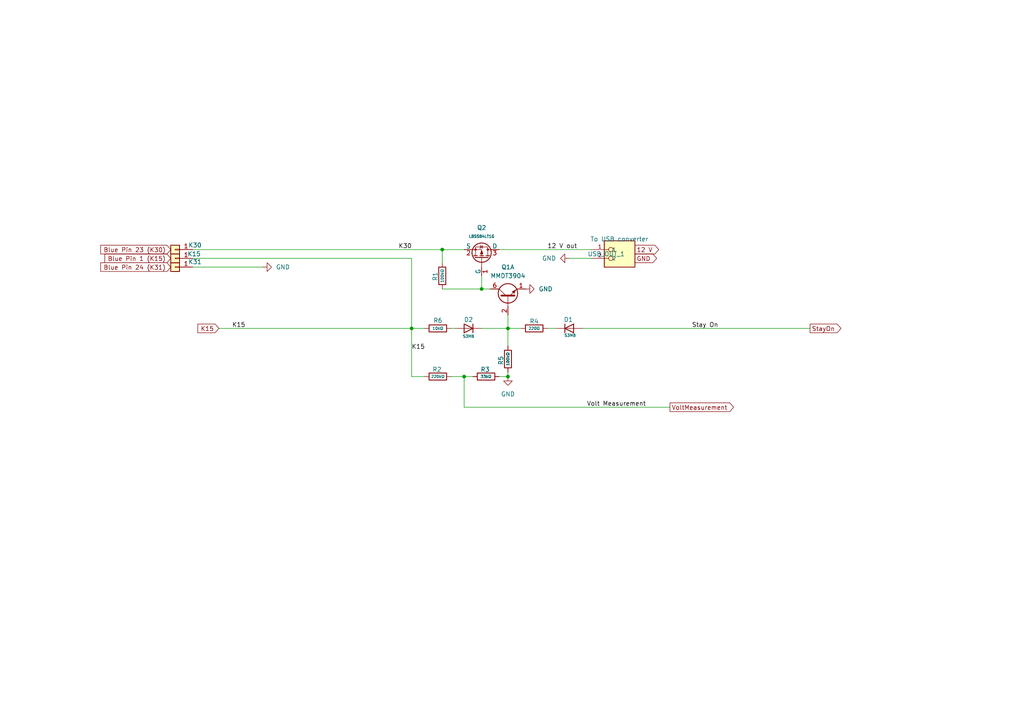
<source format=kicad_sch>
(kicad_sch (version 20231120) (generator "eeschema") (generator_version "8.0")
  (paper "A4")
  (title_block (title "Latch Circuit") (comment 1 "Subsheet Brake Out Borad") (comment 2 "(c) Norbert Schechner"))
  (lib_symbols
    (symbol "Connector_Generic:Conn_01x01" (pin_names (offset 1.016) hide)
      (property "Reference" "J" (at 0 2.54 0))
      (property "Value" "Conn_01x01" (at 0 -2.54 0))
      (symbol "Conn_01x01_1_1"
        (rectangle (start -1.27 0.127) (end 0 -0.127) (stroke (width 0.1524)))
        (rectangle (start -1.27 1.27) (end 1.27 -1.27) (stroke (width 0.254)) (fill (type background)))
        (pin passive line (at -5.08 0 0) (length 3.81) (name "Pin_1") (number "1"))
      )
    )
    (symbol "Custom:ScrewConnector_2x2,54" (pin_names (offset 1.016))
      (property "Reference" "J" (at -2.54 3.302 0))
      (property "Value" "ScrewConnector_2x2,54" (at -3.302 -10.668 0))
      (symbol "ScrewConnector_2x2,54_0_0"
        (rectangle (start -3.81 -5.08) (end 5.08 2.54) (stroke (width 0.254)) (fill (type background)))
        (circle (center -1.905 -2.54) (radius 0.635) (stroke (width 0.1524)))
        (circle (center -1.905 0) (radius 0.635) (stroke (width 0.1524)))
        (pin passive line (at -7.62 0 0) (length 5.08) (name "1") (number "1"))
        (pin passive line (at -7.62 -2.54 0) (length 5.08) (name "2") (number "2"))
      )
    )
    (symbol "PCM_JLCPCB-Diodes:General,S3MB" (pin_numbers hide) (pin_names (offset 0))
      (property "Reference" "D" (at 2.032 0.834 0))
      (property "Value" "S3MB" (at 2.032 -1.2122 0))
      (symbol "General,S3MB_0_1"
        (polyline (pts (xy -1.27 -1.27) (xy 1.27 -1.27)) (stroke (width 0.254)))
        (polyline (pts (xy -1.27 1.27) (xy 0 -1.27) (xy 1.27 1.27) (xy -1.27 1.27)) (stroke (width 0.254)))
      )
      (symbol "General,S3MB_1_1"
        (pin passive line (at 0 -3.81 90) (length 3.81) (name "~") (number "1"))
        (pin passive line (at 0 3.81 270) (length 3.81) (name "~") (number "2"))
      )
    )
    (symbol "PCM_JLCPCB-Resistors:0603,100kΩ" (pin_numbers hide) (pin_names (offset 0))
      (property "Reference" "R" (at 1.778 0 0))
      (property "Value" "100kΩ" (at 0 0 90))
      (symbol "0603,100kΩ_0_1"
        (rectangle (start -1.016 2.54) (end 1.016 -2.54) (stroke (width 0.254)))
      )
      (symbol "0603,100kΩ_1_1"
        (pin passive line (at 0 3.81 270) (length 1.27) (name "~") (number "1"))
        (pin passive line (at 0 -3.81 90) (length 1.27) (name "~") (number "2"))
      )
    )
    (symbol "PCM_JLCPCB-Resistors:0603,10kΩ" (pin_numbers hide) (pin_names (offset 0))
      (property "Reference" "R" (at 1.778 0 0))
      (property "Value" "10kΩ" (at 0 0 90))
      (symbol "0603,10kΩ_0_1"
        (rectangle (start -1.016 2.54) (end 1.016 -2.54) (stroke (width 0.254)))
      )
      (symbol "0603,10kΩ_1_1"
        (pin passive line (at 0 3.81 270) (length 1.27) (name "~") (number "1"))
        (pin passive line (at 0 -3.81 90) (length 1.27) (name "~") (number "2"))
      )
    )
    (symbol "PCM_JLCPCB-Resistors:0603,220kΩ" (pin_numbers hide) (pin_names (offset 0))
      (property "Reference" "R" (at 1.778 0 0))
      (property "Value" "220kΩ" (at 0 0 90))
      (symbol "0603,220kΩ_0_1"
        (rectangle (start -1.016 2.54) (end 1.016 -2.54) (stroke (width 0.254)))
      )
      (symbol "0603,220kΩ_1_1"
        (pin passive line (at 0 3.81 270) (length 1.27) (name "~") (number "1"))
        (pin passive line (at 0 -3.81 90) (length 1.27) (name "~") (number "2"))
      )
    )
    (symbol "PCM_JLCPCB-Resistors:0603,220Ω" (pin_numbers hide) (pin_names (offset 0))
      (property "Reference" "R" (at 1.778 0 0))
      (property "Value" "220Ω" (at 0 0 90))
      (symbol "0603,220Ω_0_1"
        (rectangle (start -1.016 2.54) (end 1.016 -2.54) (stroke (width 0.254)))
      )
      (symbol "0603,220Ω_1_1"
        (pin passive line (at 0 3.81 270) (length 1.27) (name "~") (number "1"))
        (pin passive line (at 0 -3.81 90) (length 1.27) (name "~") (number "2"))
      )
    )
    (symbol "PCM_JLCPCB-Resistors:0603,33kΩ" (pin_numbers hide) (pin_names (offset 0))
      (property "Reference" "R" (at 1.778 0 0))
      (property "Value" "33kΩ" (at 0 0 90))
      (symbol "0603,33kΩ_0_1"
        (rectangle (start -1.016 2.54) (end 1.016 -2.54) (stroke (width 0.254)))
      )
      (symbol "0603,33kΩ_1_1"
        (pin passive line (at 0 3.81 270) (length 1.27) (name "~") (number "1"))
        (pin passive line (at 0 -3.81 90) (length 1.27) (name "~") (number "2"))
      )
    )
    (symbol "PCM_JLCPCB-Transistors:PMOS,LBSS84LT1G" (pin_names (offset 0))
      (property "Reference" "Q" (at 4.8514 0.834 0))
      (property "Value" "LBSS84LT1G" (at 4.8514 -1.2122 0))
      (symbol "PMOS,LBSS84LT1G_0_1"
        (polyline (pts (xy 0.254 0) (xy -2.54 0)))
        (polyline (pts (xy 0.254 1.905) (xy 0.254 -1.905)) (stroke (width 0.254)))
        (polyline (pts (xy 0.762 -1.27) (xy 0.762 -2.286)) (stroke (width 0.254)))
        (polyline (pts (xy 0.762 0.508) (xy 0.762 -0.508)) (stroke (width 0.254)))
        (polyline (pts (xy 0.762 2.286) (xy 0.762 1.27)) (stroke (width 0.254)))
        (polyline (pts (xy 2.54 2.54) (xy 2.54 1.778)))
        (polyline (pts (xy 2.54 -2.54) (xy 2.54 0) (xy 0.762 0)))
        (polyline (pts (xy 0.762 1.778) (xy 3.302 1.778) (xy 3.302 -1.778) (xy 0.762 -1.778)))
        (polyline (pts (xy 2.286 0) (xy 1.27 0.381) (xy 1.27 -0.381) (xy 2.286 0)) (fill (type outline)))
        (polyline (pts (xy 2.794 -0.508) (xy 2.921 -0.381) (xy 3.683 -0.381) (xy 3.81 -0.254)))
        (polyline (pts (xy 3.302 -0.381) (xy 2.921 0.254) (xy 3.683 0.254) (xy 3.302 -0.381)))
        (circle (center 1.651 0) (radius 2.794) (stroke (width 0.254)))
        (circle (center 2.54 -1.778) (radius 0.254) (fill (type outline)))
        (circle (center 2.54 1.778) (radius 0.254) (fill (type outline)))
      )
      (symbol "PMOS,LBSS84LT1G_1_1"
        (pin input line (at -5.08 0 0) (length 2.54) (name "G") (number "1"))
        (pin passive line (at 2.54 -5.08 90) (length 2.54) (name "S") (number "2"))
        (pin passive line (at 2.54 5.08 270) (length 2.54) (name "D") (number "3"))
      )
    )
    (symbol "Transistor_BJT:MMDT3904" (pin_names (offset 0) hide)
      (property "Reference" "Q" (at 5.08 1.27 0))
      (property "Value" "MMDT3904" (at 5.08 -1.27 0))
      (symbol "MMDT3904_0_1"
        (polyline (pts (xy 0.635 0) (xy -2.54 0)))
        (polyline (pts (xy 0.635 0.635) (xy 2.54 2.54)))
        (polyline (pts (xy 0.635 -0.635) (xy 2.54 -2.54) (xy 2.54 -2.54)))
        (polyline (pts (xy 0.635 1.905) (xy 0.635 -1.905) (xy 0.635 -1.905)) (stroke (width 0.508)))
        (polyline (pts (xy 1.27 -1.778) (xy 1.778 -1.27) (xy 2.286 -2.286) (xy 1.27 -1.778) (xy 1.27 -1.778)) (fill (type outline)))
        (circle (center 1.27 0) (radius 2.8194) (stroke (width 0.254)))
      )
      (symbol "MMDT3904_1_1"
        (pin passive line (at 2.54 -5.08 90) (length 2.54) (name "E1") (number "1"))
        (pin input line (at -5.08 0 0) (length 2.54) (name "B1") (number "2"))
        (pin passive line (at 2.54 5.08 270) (length 2.54) (name "C1") (number "6"))
      )
      (symbol "MMDT3904_2_1"
        (pin passive line (at 2.54 5.08 270) (length 2.54) (name "C2") (number "3"))
        (pin passive line (at 2.54 -5.08 90) (length 2.54) (name "E2") (number "4"))
        (pin input line (at -5.08 0 0) (length 2.54) (name "B2") (number "5"))
      )
    )
    (symbol "power:GND" (power) (pin_numbers hide) (pin_names (offset 0) hide)
      (property "Value" "GND" (at 0 -3.81 0))
      (symbol "GND_0_1"
        (polyline (pts (xy 0 0) (xy 0 -1.27) (xy 1.27 -1.27) (xy 0 -2.54) (xy -1.27 -1.27) (xy 0 -1.27)))
      )
      (symbol "GND_1_1"
        (pin power_in line (at 0 0 270) (length 0) (name "~") (number "1"))
      )
    )
  )
  (junction (at 134.62 109.22))
  (junction (at 147.32 95.25))
  (junction (at 139.7 83.82))
  (junction (at 119.38 95.25))
  (junction (at 147.32 109.22))
  (junction (at 128.27 72.39))
  (wire (pts (xy 130.81 109.22) (xy 134.62 109.22)))
  (wire (pts (xy 139.7 83.82) (xy 142.24 83.82)))
  (wire (pts (xy 147.32 95.25) (xy 147.32 100.33)))
  (wire (pts (xy 55.88 72.39) (xy 128.27 72.39)))
  (wire (pts (xy 130.81 95.25) (xy 132.08 95.25)))
  (wire (pts (xy 119.38 95.25) (xy 119.38 109.22)))
  (wire (pts (xy 119.38 74.93) (xy 119.38 95.25)))
  (wire (pts (xy 168.91 95.25) (xy 234.95 95.25)))
  (wire (pts (xy 119.38 95.25) (xy 63.5 95.25)))
  (wire (pts (xy 158.75 95.25) (xy 161.29 95.25)))
  (wire (pts (xy 144.78 109.22) (xy 147.32 109.22)))
  (wire (pts (xy 144.78 72.39) (xy 171.45 72.39)))
  (wire (pts (xy 134.62 109.22) (xy 134.62 118.11)))
  (wire (pts (xy 55.88 77.47) (xy 76.2 77.47)))
  (wire (pts (xy 119.38 95.25) (xy 123.19 95.25)))
  (wire (pts (xy 128.27 72.39) (xy 128.27 76.2)))
  (wire (pts (xy 134.62 109.22) (xy 137.16 109.22)))
  (wire (pts (xy 128.27 72.39) (xy 134.62 72.39)))
  (wire (pts (xy 147.32 107.95) (xy 147.32 109.22)))
  (wire (pts (xy 165.1 74.93) (xy 171.45 74.93)))
  (wire (pts (xy 55.88 74.93) (xy 119.38 74.93)))
  (wire (pts (xy 147.32 95.25) (xy 151.13 95.25)))
  (wire (pts (xy 139.7 80.01) (xy 139.7 83.82)))
  (wire (pts (xy 147.32 91.44) (xy 147.32 95.25)))
  (wire (pts (xy 128.27 83.82) (xy 139.7 83.82)))
  (wire (pts (xy 139.7 95.25) (xy 147.32 95.25)))
  (wire (pts (xy 134.62 118.11) (xy 194.31 118.11)))
  (wire (pts (xy 119.38 109.22) (xy 123.19 109.22)))
  (label "12 V out" (at 158.75 72.39 0))
  (label "Stay On" (at 200.66 95.25 0))
  (label "K15" (at 67.31 95.25 0))
  (label "K15" (at 119.38 101.6 0))
  (label "Volt Measurement" (at 170.18 118.11 0))
  (label "K30" (at 115.57 72.39 0))
  (global_label "K15" (shape input) (at 63.5 95.25 180) (property "Intersheetrefs" "${INTERSHEET_REFS}" (at 56.8258 95.25 0) (effects (justify right))))
  (global_label "Blue Pin 23 (K30)" (shape input) (at 49.53 72.39 180) (property "Intersheetrefs" "${INTERSHEET_REFS}" (at 28.644 72.39 0) (effects (justify right))))
  (global_label "12 V" (shape output) (at 184.15 72.39 0) (property "Intersheetrefs" "${INTERSHEET_REFS}" (at 191.6104 72.39 0) (effects (justify left))))
  (global_label "Blue Pin 24 (K31)" (shape input) (at 49.53 77.47 180) (property "Intersheetrefs" "${INTERSHEET_REFS}" (at 28.644 77.47 0) (effects (justify right))))
  (global_label "Blue Pin 1 (K15)" (shape input) (at 49.53 74.93 180) (property "Intersheetrefs" "${INTERSHEET_REFS}" (at 29.8535 74.93 0) (effects (justify right))))
  (global_label "GND" (shape output) (at 184.15 74.93 0) (property "Intersheetrefs" "${INTERSHEET_REFS}" (at 191.0057 74.93 0) (effects (justify left))))
  (global_label "StayOn" (shape output) (at 234.95 95.25 0) (property "Intersheetrefs" "${INTERSHEET_REFS}" (at 244.4665 95.25 0) (effects (justify left))))
  (global_label "VoltMeasurement" (shape output) (at 194.31 118.11 0) (property "Intersheetrefs" "${INTERSHEET_REFS}" (at 213.3212 118.11 0) (effects (justify left))))
  (symbol (lib_id "PCM_JLCPCB-Diodes:General,S3MB") (at 135.89 95.25 90) (unit 1)
    (property "Reference" "D2" (at 135.89 92.71 90))
    (property "Value" "S3MB" (at 135.89 97.536 90) (effects (font (size 0.8 0.8))))
    (property "Footprint" "PCM_JLCPCB:D_SMB" (effects (hide yes)))
    (property "Datasheet" "https://wmsc.lcsc.com/wmsc/upload/file/pdf/v2/lcsc/2310131745_hongjiacheng-S3MB_C18199102.pdf" (effects (hide yes)))
    (property "Description" "Independent Type 3A 1V@3A 1kV SMB Diodes - General Purpose ROHS" (effects (hide yes)))
    (property "LCSC" "C18199102" (effects (hide yes)))
    (property "Stock" "9203" (effects (hide yes)))
    (property "Price" "0.023USD" (effects (hide yes)))
    (property "Process" "SMT" (effects (hide yes)))
    (property "Minimum Qty" "5" (effects (hide yes)))
    (property "Attrition Qty" "2" (effects (hide yes)))
    (property "Class" "Preferred Component" (effects (hide yes)))
    (property "Category" "Diodes,Diodes - General Purpose" (effects (hide yes)))
    (property "Manufacturer" "hongjiacheng" (effects (hide yes)))
    (property "Part" "S3MB" (effects (hide yes)))
    (property "Rectified Current" "3A" (effects (hide yes)))
    (property "Forward Voltage (Vf@If)" "1V@3A" (effects (hide yes)))
    (property "Reverse Voltage (Vr)" "1kV" (effects (hide yes)))
    (property "Diode Configuration" "Independent Type" (effects (hide yes)))
    (property "Reverse Leakage Current" "2uA@1000V" (effects (hide yes)))
  )
  (symbol (lib_id "PCM_JLCPCB-Resistors:0603,220kΩ") (at 127 109.22 90) (unit 1)
    (property "Reference" "R2" (at 126.746 107.188 90))
    (property "Value" "220kΩ" (at 127 109.22 90) (effects (font (size 0.8 0.8))))
    (property "Footprint" "PCM_JLCPCB:R_0603" (effects (hide yes)))
    (property "Datasheet" "https://www.lcsc.com/datasheet/lcsc_datasheet_2206010130_UNI-ROYAL-Uniroyal-Elec-0603WAF2203T5E_C22961.pdf" (effects (hide yes)))
    (property "Description" "100mW Thick Film Resistors 75V ±100ppm/°C ±1% 220kΩ 0603 Chip Resistor - Surface Mount ROHS" (effects (hide yes)))
    (property "LCSC" "C22961" (effects (hide yes)))
    (property "Stock" "651498" (effects (hide yes)))
    (property "Price" "0.004USD" (effects (hide yes)))
    (property "Process" "SMT" (effects (hide yes)))
    (property "Minimum Qty" "20" (effects (hide yes)))
    (property "Attrition Qty" "10" (effects (hide yes)))
    (property "Class" "Basic Component" (effects (hide yes)))
    (property "Category" "Resistors,Chip Resistor - Surface Mount" (effects (hide yes)))
    (property "Manufacturer" "UNI-ROYAL(Uniroyal Elec)" (effects (hide yes)))
    (property "Part" "0603WAF2203T5E" (effects (hide yes)))
    (property "Resistance" "220kΩ" (effects (hide yes)))
    (property "Power(Watts)" "100mW" (effects (hide yes)))
    (property "Type" "Thick Film Resistors" (effects (hide yes)))
    (property "Overload Voltage (Max)" "75V" (effects (hide yes)))
    (property "Operating Temperature Range" "-55°C~+155°C" (effects (hide yes)))
    (property "Tolerance" "±1%" (effects (hide yes)))
    (property "Temperature Coefficient" "±100ppm/°C" (effects (hide yes)))
  )
  (symbol (lib_id "Connector_Generic:Conn_01x01") (at 50.8 72.39 180) (unit 1)
    (property "Reference" "K30" (at 54.61 71.12 0) (effects (justify right)))
    (property "Value" "K30" (effects (hide yes)))
    (property "Footprint" "Connector_Wire:SolderWire-0.5sqmm_1x01_D0.9mm_OD2.1mm" (effects (hide yes)))
    (property "Description" "Generic connector, single row, 01x01, script generated (kicad-library-utils/schlib/autogen/connector/)" (effects (hide yes)))
  )
  (symbol (lib_id "Transistor_BJT:MMDT3904") (at 147.32 86.36 90) (unit 1)
    (property "Reference" "Q1" (at 147.32 77.47 90))
    (property "Value" "MMDT3904" (at 147.32 80.01 90))
    (property "Footprint" "Package_TO_SOT_SMD:SOT-363_SC-70-6" (effects (hide yes)))
    (property "Datasheet" "http://www.diodes.com/_files/datasheets/ds30088.pdf" (effects (hide yes)))
    (property "Description" "200mA IC, 40V Vce, Dual NPN/NPN Transistors, SOT-363" (effects (hide yes)))
  )
  (symbol (lib_id "power:GND") (at 147.32 109.22 0) (unit 1)
    (property "Reference" "#PWR0202" (effects (hide yes)))
    (property "Value" "GND" (at 147.32 114.3 0))
    (property "Description" "Power symbol creates a global label with name \"GND\" , ground" (effects (hide yes)))
  )
  (symbol (lib_id "PCM_JLCPCB-Transistors:PMOS,LBSS84LT1G") (at 139.7 74.93 270) (mirror x) (unit 1)
    (property "Reference" "Q2" (at 139.7 66.04 90))
    (property "Value" "LBSS84LT1G" (at 139.7 68.58 90) (effects (font (size 0.8 0.8))))
    (property "Footprint" "PCM_JLCPCB:Q_SOT-23" (effects (hide yes)))
    (property "Datasheet" "https://www.lcsc.com/datasheet/lcsc_datasheet_1811031711_LRC-LBSS84LT1G_C8492.pdf" (effects (hide yes)))
    (property "Description" "50V 130mA 225mW 10Ω@5V,100mA 2V@250uA 1 Piece P-Channel SOT-23 MOSFETs ROHS" (effects (hide yes)))
    (property "LCSC" "C8492" (effects (hide yes)))
    (property "Stock" "16457" (effects (hide yes)))
    (property "Price" "0.025USD" (effects (hide yes)))
    (property "Process" "SMT" (effects (hide yes)))
    (property "Minimum Qty" "10" (effects (hide yes)))
    (property "Attrition Qty" "5" (effects (hide yes)))
    (property "Class" "Preferred Component" (effects (hide yes)))
    (property "Category" "Transistors,MOSFETs" (effects (hide yes)))
    (property "Manufacturer" "LRC" (effects (hide yes)))
    (property "Part" "LBSS84LT1G" (effects (hide yes)))
    (property "Continuous Drain Current (Id)" "130mA" (effects (hide yes)))
    (property "Type" "1 Piece P-Channel" (effects (hide yes)))
    (property "Drain Source Voltage (Vdss)" "50V" (effects (hide yes)))
    (property "Power Dissipation (Pd)" "225mW" (effects (hide yes)))
    (property "Gate Threshold Voltage (Vgs(th)@Id)" "2V@250uA" (effects (hide yes)))
    (property "Drain Source On Resistance (RDS(on)@Vgs,Id)" "10Ω@5V,100mA" (effects (hide yes)))
  )
  (symbol (lib_id "PCM_JLCPCB-Diodes:General,S3MB") (at 165.1 95.25 270) (unit 1)
    (property "Reference" "D1" (at 164.846 92.71 90))
    (property "Value" "S3MB" (at 165.354 97.282 90) (effects (font (size 0.8 0.8))))
    (property "Footprint" "PCM_JLCPCB:D_SMB" (effects (hide yes)))
    (property "Datasheet" "https://wmsc.lcsc.com/wmsc/upload/file/pdf/v2/lcsc/2310131745_hongjiacheng-S3MB_C18199102.pdf" (effects (hide yes)))
    (property "Description" "Independent Type 3A 1V@3A 1kV SMB Diodes - General Purpose ROHS" (effects (hide yes)))
    (property "LCSC" "C18199102" (effects (hide yes)))
    (property "Stock" "9203" (effects (hide yes)))
    (property "Price" "0.023USD" (effects (hide yes)))
    (property "Process" "SMT" (effects (hide yes)))
    (property "Minimum Qty" "5" (effects (hide yes)))
    (property "Attrition Qty" "2" (effects (hide yes)))
    (property "Class" "Preferred Component" (effects (hide yes)))
    (property "Category" "Diodes,Diodes - General Purpose" (effects (hide yes)))
    (property "Manufacturer" "hongjiacheng" (effects (hide yes)))
    (property "Part" "S3MB" (effects (hide yes)))
    (property "Rectified Current" "3A" (effects (hide yes)))
    (property "Forward Voltage (Vf@If)" "1V@3A" (effects (hide yes)))
    (property "Reverse Voltage (Vr)" "1kV" (effects (hide yes)))
    (property "Diode Configuration" "Independent Type" (effects (hide yes)))
    (property "Reverse Leakage Current" "2uA@1000V" (effects (hide yes)))
  )
  (symbol (lib_id "Connector_Generic:Conn_01x01") (at 50.8 77.47 180) (unit 1)
    (property "Reference" "K31" (at 54.61 75.946 0) (effects (justify right)))
    (property "Value" "K31" (effects (hide yes)))
    (property "Footprint" "Connector_Wire:SolderWire-0.5sqmm_1x01_D0.9mm_OD2.1mm" (effects (hide yes)))
    (property "Description" "Generic connector, single row, 01x01, script generated (kicad-library-utils/schlib/autogen/connector/)" (effects (hide yes)))
  )
  (symbol (lib_id "PCM_JLCPCB-Resistors:0603,100kΩ") (at 128.27 80.01 180) (unit 1)
    (property "Reference" "R1" (at 126.238 81.534 90) (effects (justify right)))
    (property "Value" "100kΩ" (at 128.27 80.01 90) (effects (font (size 0.8 0.8))))
    (property "Footprint" "PCM_JLCPCB:R_0603" (effects (hide yes)))
    (property "Datasheet" "https://www.lcsc.com/datasheet/lcsc_datasheet_2206010045_UNI-ROYAL-Uniroyal-Elec-0603WAF1003T5E_C25803.pdf" (effects (hide yes)))
    (property "Description" "100mW Thick Film Resistors 75V ±100ppm/°C ±1% 100kΩ 0603 Chip Resistor - Surface Mount ROHS" (effects (hide yes)))
    (property "LCSC" "C25803" (effects (hide yes)))
    (property "Stock" "5414558" (effects (hide yes)))
    (property "Price" "0.004USD" (effects (hide yes)))
    (property "Process" "SMT" (effects (hide yes)))
    (property "Minimum Qty" "20" (effects (hide yes)))
    (property "Attrition Qty" "10" (effects (hide yes)))
    (property "Class" "Basic Component" (effects (hide yes)))
    (property "Category" "Resistors,Chip Resistor - Surface Mount" (effects (hide yes)))
    (property "Manufacturer" "UNI-ROYAL(Uniroyal Elec)" (effects (hide yes)))
    (property "Part" "0603WAF1003T5E" (effects (hide yes)))
    (property "Resistance" "100kΩ" (effects (hide yes)))
    (property "Power(Watts)" "100mW" (effects (hide yes)))
    (property "Type" "Thick Film Resistors" (effects (hide yes)))
    (property "Overload Voltage (Max)" "75V" (effects (hide yes)))
    (property "Operating Temperature Range" "-55°C~+155°C" (effects (hide yes)))
    (property "Tolerance" "±1%" (effects (hide yes)))
    (property "Temperature Coefficient" "±100ppm/°C" (effects (hide yes)))
  )
  (symbol (lib_id "power:GND") (at 152.4 83.82 90) (unit 1)
    (property "Reference" "#PWR0203" (effects (hide yes)))
    (property "Value" "GND" (at 156.21 83.8199 90) (effects (justify right)))
    (property "Description" "Power symbol creates a global label with name \"GND\" , ground" (effects (hide yes)))
  )
  (symbol (lib_id "Custom:ScrewConnector_2x2,54") (at 179.07 72.39 0) (unit 1)
    (property "Reference" "USB_OUT_1" (at 170.434 73.66 0) (effects (justify left)))
    (property "Value" "To USB converter" (at 171.196 69.342 0) (effects (justify left)))
    (property "Footprint" "Custom:PHOENIX_1729128_2x2,54" (effects (hide yes)))
    (property "Description" "Generic screw terminal, single row, 01x02, script generated (kicad-library-utils/schlib/autogen/connector/)" (effects (hide yes)))
    (property "MANUFACTURER" "Phoenix Contact" (effects (hide yes)))
  )
  (symbol (lib_id "PCM_JLCPCB-Resistors:0603,100kΩ") (at 147.32 104.14 180) (unit 1)
    (property "Reference" "R5" (at 145.288 105.918 90) (effects (justify right)))
    (property "Value" "100kΩ" (at 147.32 104.14 90) (effects (font (size 0.8 0.8))))
    (property "Footprint" "PCM_JLCPCB:R_0603" (effects (hide yes)))
    (property "Datasheet" "https://www.lcsc.com/datasheet/lcsc_datasheet_2206010045_UNI-ROYAL-Uniroyal-Elec-0603WAF1003T5E_C25803.pdf" (effects (hide yes)))
    (property "Description" "100mW Thick Film Resistors 75V ±100ppm/°C ±1% 100kΩ 0603 Chip Resistor - Surface Mount ROHS" (effects (hide yes)))
    (property "LCSC" "C25803" (effects (hide yes)))
    (property "Stock" "5414558" (effects (hide yes)))
    (property "Price" "0.004USD" (effects (hide yes)))
    (property "Process" "SMT" (effects (hide yes)))
    (property "Minimum Qty" "20" (effects (hide yes)))
    (property "Attrition Qty" "10" (effects (hide yes)))
    (property "Class" "Basic Component" (effects (hide yes)))
    (property "Category" "Resistors,Chip Resistor - Surface Mount" (effects (hide yes)))
    (property "Manufacturer" "UNI-ROYAL(Uniroyal Elec)" (effects (hide yes)))
    (property "Part" "0603WAF1003T5E" (effects (hide yes)))
    (property "Resistance" "100kΩ" (effects (hide yes)))
    (property "Power(Watts)" "100mW" (effects (hide yes)))
    (property "Type" "Thick Film Resistors" (effects (hide yes)))
    (property "Overload Voltage (Max)" "75V" (effects (hide yes)))
    (property "Operating Temperature Range" "-55°C~+155°C" (effects (hide yes)))
    (property "Tolerance" "±1%" (effects (hide yes)))
    (property "Temperature Coefficient" "±100ppm/°C" (effects (hide yes)))
  )
  (symbol (lib_id "PCM_JLCPCB-Resistors:0603,220Ω") (at 154.94 95.25 90) (unit 1)
    (property "Reference" "R4" (at 154.94 93.218 90))
    (property "Value" "220Ω" (at 154.94 95.25 90) (effects (font (size 0.8 0.8))))
    (property "Footprint" "PCM_JLCPCB:R_0603" (effects (hide yes)))
    (property "Datasheet" "https://www.lcsc.com/datasheet/lcsc_datasheet_2206010130_UNI-ROYAL-Uniroyal-Elec-0603WAF2200T5E_C22962.pdf" (effects (hide yes)))
    (property "Description" "100mW Thick Film Resistors 75V ±100ppm/°C ±1% 220Ω 0603 Chip Resistor - Surface Mount ROHS" (effects (hide yes)))
    (property "LCSC" "C22962" (effects (hide yes)))
    (property "Stock" "2111143" (effects (hide yes)))
    (property "Price" "0.004USD" (effects (hide yes)))
    (property "Process" "SMT" (effects (hide yes)))
    (property "Minimum Qty" "20" (effects (hide yes)))
    (property "Attrition Qty" "10" (effects (hide yes)))
    (property "Class" "Basic Component" (effects (hide yes)))
    (property "Category" "Resistors,Chip Resistor - Surface Mount" (effects (hide yes)))
    (property "Manufacturer" "UNI-ROYAL(Uniroyal Elec)" (effects (hide yes)))
    (property "Part" "0603WAF2200T5E" (effects (hide yes)))
    (property "Resistance" "220Ω" (effects (hide yes)))
    (property "Power(Watts)" "100mW" (effects (hide yes)))
    (property "Type" "Thick Film Resistors" (effects (hide yes)))
    (property "Overload Voltage (Max)" "75V" (effects (hide yes)))
    (property "Operating Temperature Range" "-55°C~+155°C" (effects (hide yes)))
    (property "Tolerance" "±1%" (effects (hide yes)))
    (property "Temperature Coefficient" "±100ppm/°C" (effects (hide yes)))
  )
  (symbol (lib_id "power:GND") (at 76.2 77.47 90) (unit 1)
    (property "Reference" "#PWR0201" (effects (hide yes)))
    (property "Value" "GND" (at 80.01 77.4699 90) (effects (justify right)))
    (property "Description" "Power symbol creates a global label with name \"GND\" , ground" (effects (hide yes)))
  )
  (symbol (lib_id "PCM_JLCPCB-Resistors:0603,33kΩ") (at 140.97 109.22 90) (unit 1)
    (property "Reference" "R3" (at 140.716 107.188 90))
    (property "Value" "33kΩ" (at 140.97 109.22 90) (effects (font (size 0.8 0.8))))
    (property "Footprint" "PCM_JLCPCB:R_0603" (effects (hide yes)))
    (property "Datasheet" "https://www.lcsc.com/datasheet/lcsc_datasheet_2206010230_UNI-ROYAL-Uniroyal-Elec-0603WAF3302T5E_C4216.pdf" (effects (hide yes)))
    (property "Description" "100mW Thick Film Resistors 75V ±100ppm/°C ±1% 33kΩ 0603 Chip Resistor - Surface Mount ROHS" (effects (hide yes)))
    (property "LCSC" "C4216" (effects (hide yes)))
    (property "Stock" "643566" (effects (hide yes)))
    (property "Price" "0.004USD" (effects (hide yes)))
    (property "Process" "SMT" (effects (hide yes)))
    (property "Minimum Qty" "20" (effects (hide yes)))
    (property "Attrition Qty" "10" (effects (hide yes)))
    (property "Class" "Basic Component" (effects (hide yes)))
    (property "Category" "Resistors,Chip Resistor - Surface Mount" (effects (hide yes)))
    (property "Manufacturer" "UNI-ROYAL(Uniroyal Elec)" (effects (hide yes)))
    (property "Part" "0603WAF3302T5E" (effects (hide yes)))
    (property "Resistance" "33kΩ" (effects (hide yes)))
    (property "Power(Watts)" "100mW" (effects (hide yes)))
    (property "Type" "Thick Film Resistors" (effects (hide yes)))
    (property "Overload Voltage (Max)" "75V" (effects (hide yes)))
    (property "Operating Temperature Range" "-55°C~+155°C" (effects (hide yes)))
    (property "Tolerance" "±1%" (effects (hide yes)))
    (property "Temperature Coefficient" "±100ppm/°C" (effects (hide yes)))
  )
  (symbol (lib_id "power:GND") (at 165.1 74.93 270) (unit 1)
    (property "Reference" "#PWR0204" (effects (hide yes)))
    (property "Value" "GND" (at 161.29 74.9299 90) (effects (justify right)))
    (property "Description" "Power symbol creates a global label with name \"GND\" , ground" (effects (hide yes)))
  )
  (symbol (lib_id "Connector_Generic:Conn_01x01") (at 50.8 74.93 180) (unit 1)
    (property "Reference" "K15" (at 54.356 73.66 0) (effects (justify right)))
    (property "Value" "K15" (effects (hide yes)))
    (property "Footprint" "Connector_Wire:SolderWire-0.5sqmm_1x01_D0.9mm_OD2.1mm" (effects (hide yes)))
    (property "Description" "Generic connector, single row, 01x01, script generated (kicad-library-utils/schlib/autogen/connector/)" (effects (hide yes)))
  )
  (symbol (lib_id "PCM_JLCPCB-Resistors:0603,10kΩ") (at 127 95.25 90) (unit 1)
    (property "Reference" "R6" (at 127 92.964 90))
    (property "Value" "10kΩ" (at 127 95.25 90) (effects (font (size 0.8 0.8))))
    (property "Footprint" "PCM_JLCPCB:R_0603" (effects (hide yes)))
    (property "Datasheet" "https://www.lcsc.com/datasheet/lcsc_datasheet_2206010045_UNI-ROYAL-Uniroyal-Elec-0603WAF1002T5E_C25804.pdf" (effects (hide yes)))
    (property "Description" "100mW Thick Film Resistors 75V ±100ppm/°C ±1% 10kΩ 0603 Chip Resistor - Surface Mount ROHS" (effects (hide yes)))
    (property "LCSC" "C25804" (effects (hide yes)))
    (property "Stock" "32886312" (effects (hide yes)))
    (property "Price" "0.004USD" (effects (hide yes)))
    (property "Process" "SMT" (effects (hide yes)))
    (property "Minimum Qty" "20" (effects (hide yes)))
    (property "Attrition Qty" "10" (effects (hide yes)))
    (property "Class" "Basic Component" (effects (hide yes)))
    (property "Category" "Resistors,Chip Resistor - Surface Mount" (effects (hide yes)))
    (property "Manufacturer" "UNI-ROYAL(Uniroyal Elec)" (effects (hide yes)))
    (property "Part" "0603WAF1002T5E" (effects (hide yes)))
    (property "Resistance" "10kΩ" (effects (hide yes)))
    (property "Power(Watts)" "100mW" (effects (hide yes)))
    (property "Type" "Thick Film Resistors" (effects (hide yes)))
    (property "Overload Voltage (Max)" "75V" (effects (hide yes)))
    (property "Operating Temperature Range" "-55°C~+155°C" (effects (hide yes)))
    (property "Tolerance" "±1%" (effects (hide yes)))
    (property "Temperature Coefficient" "±100ppm/°C" (effects (hide yes)))
  )
)
</source>
